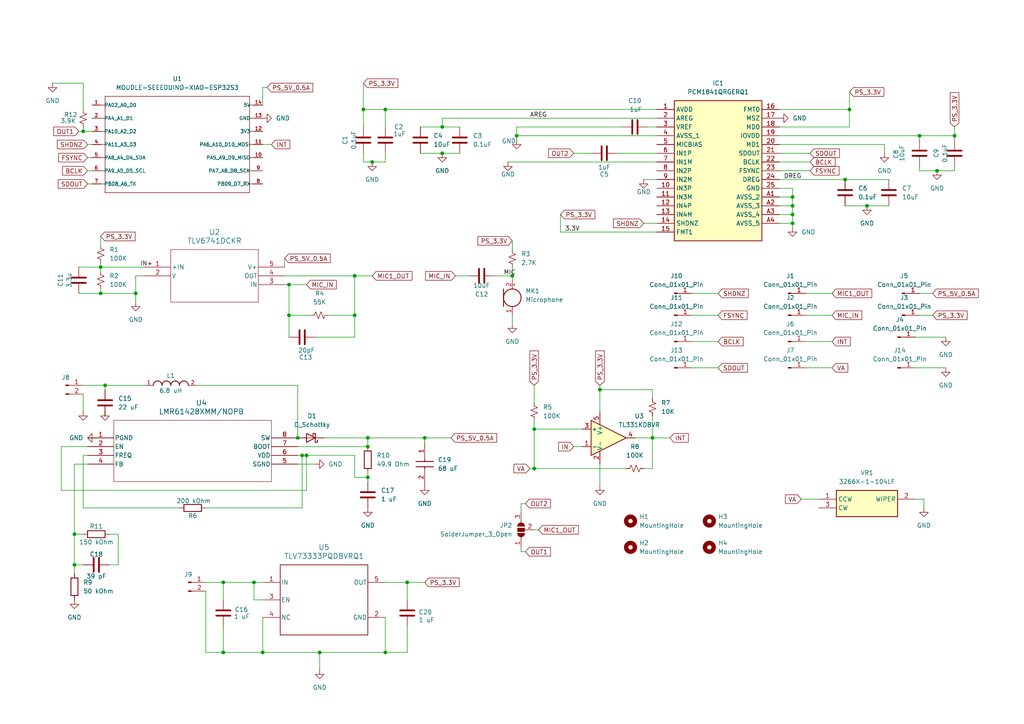
<source format=kicad_sch>
(kicad_sch (version 20250114) (generator "eeschema") (generator_version "9.0")
  (paper "A4")
  (junction (at 30.48 111.76))
  (junction (at 111.76 31.75))
  (junction (at 266.7 39.37))
  (junction (at 154.94 124.46))
  (junction (at 128.27 44.45))
  (junction (at 83.82 82.55))
  (junction (at 21.59 154.94))
  (junction (at 21.59 163.83))
  (junction (at 123.19 127))
  (junction (at 246.38 31.75))
  (junction (at 245.11 52.07))
  (junction (at 39.37 85.09))
  (junction (at 92.71 189.23))
  (junction (at 64.77 189.23))
  (junction (at 83.82 91.44))
  (junction (at 105.41 31.75))
  (junction (at 271.78 49.53))
  (junction (at 87.63 132.08))
  (junction (at 128.27 36.83))
  (junction (at 102.87 80.01))
  (junction (at 251.46 59.69))
  (junction (at 229.87 64.77))
  (junction (at 276.86 39.37))
  (junction (at 24.13 38.1))
  (junction (at 149.86 39.37))
  (junction (at 76.2 189.23))
  (junction (at 173.99 113.03))
  (junction (at 88.9 132.08))
  (junction (at 29.21 77.47))
  (junction (at 106.68 138.43))
  (junction (at 148.59 80.01))
  (junction (at 189.23 127))
  (junction (at 106.68 127))
  (junction (at 229.87 57.15))
  (junction (at 229.87 62.23))
  (junction (at 64.77 168.91))
  (junction (at 29.21 85.09))
  (junction (at 102.87 91.44))
  (junction (at 106.68 129.54))
  (junction (at 86.36 127))
  (junction (at 107.95 46.99))
  (junction (at 154.94 135.89))
  (junction (at 111.76 189.23))
  (junction (at 229.87 59.69))
  (junction (at 73.66 168.91))
  (junction (at 118.11 168.91))
  (wire (pts (xy 149.86 39.37) (xy 149.86 40.64)))
  (wire (pts (xy 24.13 147.32) (xy 52.07 147.32)))
  (wire (pts (xy 166.37 44.45) (xy 171.45 44.45)))
  (wire (pts (xy 154.94 153.67) (xy 156.21 153.67)))
  (wire (pts (xy 229.87 54.61) (xy 226.06 54.61)))
  (wire (pts (xy 106.68 137.16) (xy 106.68 138.43)))
  (wire (pts (xy 24.13 24.13) (xy 15.24 24.13)))
  (wire (pts (xy 34.29 163.83) (xy 34.29 154.94)))
  (wire (pts (xy 24.13 38.1) (xy 26.67 38.1)))
  (wire (pts (xy 266.7 39.37) (xy 276.86 39.37)))
  (wire (pts (xy 111.76 189.23) (xy 111.76 179.07)))
  (wire (pts (xy 76.2 173.99) (xy 73.66 173.99)))
  (wire (pts (xy 25.4 41.91) (xy 26.67 41.91)))
  (wire (pts (xy 229.87 62.23) (xy 229.87 64.77)))
  (wire (pts (xy 106.68 127) (xy 123.19 127)))
  (wire (pts (xy 24.13 132.08) (xy 24.13 147.32)))
  (wire (pts (xy 29.21 85.09) (xy 39.37 85.09)))
  (wire (pts (xy 25.4 53.34) (xy 26.67 53.34)))
  (wire (pts (xy 105.41 24.13) (xy 105.41 31.75)))
  (wire (pts (xy 181.61 135.89) (xy 154.94 135.89)))
  (wire (pts (xy 105.41 31.75) (xy 111.76 31.75)))
  (wire (pts (xy 166.37 129.54) (xy 168.91 129.54)))
  (wire (pts (xy 121.92 36.83) (xy 128.27 36.83)))
  (wire (pts (xy 189.23 113.03) (xy 173.99 113.03)))
  (wire (pts (xy 39.37 85.09) (xy 39.37 87.63)))
  (wire (pts (xy 148.59 80.01) (xy 148.59 81.28)))
  (wire (pts (xy 29.21 77.47) (xy 29.21 78.74)))
  (wire (pts (xy 123.19 127) (xy 130.81 127)))
  (wire (pts (xy 226.06 52.07) (xy 245.11 52.07)))
  (wire (pts (xy 59.69 168.91) (xy 64.77 168.91)))
  (wire (pts (xy 229.87 54.61) (xy 229.87 57.15)))
  (wire (pts (xy 21.59 163.83) (xy 21.59 166.37)))
  (wire (pts (xy 22.86 77.47) (xy 29.21 77.47)))
  (wire (pts (xy 226.06 57.15) (xy 229.87 57.15)))
  (wire (pts (xy 189.23 135.89) (xy 189.23 127)))
  (wire (pts (xy 173.99 113.03) (xy 173.99 119.38)))
  (wire (pts (xy 21.59 154.94) (xy 21.59 163.83)))
  (wire (pts (xy 86.36 134.62) (xy 91.44 134.62)))
  (wire (pts (xy 59.69 171.45) (xy 59.69 189.23)))
  (wire (pts (xy 111.76 31.75) (xy 111.76 36.83)))
  (wire (pts (xy 88.9 142.24) (xy 88.9 132.08)))
  (wire (pts (xy 123.19 128.27) (xy 123.19 127)))
  (wire (pts (xy 200.66 99.06) (xy 208.28 99.06)))
  (wire (pts (xy 151.13 160.02) (xy 152.4 160.02)))
  (wire (pts (xy 64.77 173.99) (xy 64.77 168.91)))
  (wire (pts (xy 148.59 69.85) (xy 148.59 72.39)))
  (wire (pts (xy 76.2 41.91) (xy 78.74 41.91)))
  (wire (pts (xy 173.99 134.62) (xy 173.99 140.97)))
  (wire (pts (xy 64.77 181.61) (xy 64.77 189.23)))
  (wire (pts (xy 25.4 134.62) (xy 21.59 134.62)))
  (wire (pts (xy 226.06 36.83) (xy 246.38 36.83)))
  (wire (pts (xy 30.48 113.03) (xy 30.48 111.76)))
  (wire (pts (xy 102.87 91.44) (xy 102.87 97.79)))
  (wire (pts (xy 148.59 77.47) (xy 148.59 80.01)))
  (wire (pts (xy 265.43 97.79) (xy 274.32 97.79)))
  (wire (pts (xy 29.21 76.2) (xy 29.21 77.47)))
  (wire (pts (xy 88.9 132.08) (xy 87.63 132.08)))
  (wire (pts (xy 25.4 132.08) (xy 24.13 132.08)))
  (wire (pts (xy 154.94 124.46) (xy 168.91 124.46)))
  (wire (pts (xy 87.63 132.08) (xy 86.36 132.08)))
  (wire (pts (xy 86.36 111.76) (xy 86.36 127)))
  (wire (pts (xy 267.97 144.78) (xy 267.97 147.32)))
  (wire (pts (xy 226.06 62.23) (xy 229.87 62.23)))
  (wire (pts (xy 34.29 154.94) (xy 31.75 154.94)))
  (wire (pts (xy 22.86 38.1) (xy 24.13 38.1)))
  (wire (pts (xy 266.7 39.37) (xy 266.7 40.64)))
  (wire (pts (xy 226.06 44.45) (xy 234.95 44.45)))
  (wire (pts (xy 105.41 44.45) (xy 105.41 46.99)))
  (wire (pts (xy 102.87 132.08) (xy 102.87 138.43)))
  (wire (pts (xy 30.48 120.65) (xy 30.48 119.38)))
  (wire (pts (xy 121.92 44.45) (xy 128.27 44.45)))
  (wire (pts (xy 189.23 120.65) (xy 189.23 127)))
  (wire (pts (xy 149.86 39.37) (xy 190.5 39.37)))
  (wire (pts (xy 31.75 163.83) (xy 34.29 163.83)))
  (wire (pts (xy 111.76 44.45) (xy 111.76 46.99)))
  (wire (pts (xy 24.13 31.75) (xy 24.13 24.13)))
  (wire (pts (xy 229.87 59.69) (xy 229.87 62.23)))
  (wire (pts (xy 229.87 57.15) (xy 229.87 59.69)))
  (wire (pts (xy 229.87 64.77) (xy 226.06 64.77)))
  (wire (pts (xy 92.71 189.23) (xy 111.76 189.23)))
  (wire (pts (xy 24.13 111.76) (xy 30.48 111.76)))
  (wire (pts (xy 128.27 36.83) (xy 133.35 36.83)))
  (wire (pts (xy 106.68 138.43) (xy 106.68 139.7)))
  (wire (pts (xy 123.19 168.91) (xy 118.11 168.91)))
  (wire (pts (xy 59.69 147.32) (xy 87.63 147.32)))
  (wire (pts (xy 200.66 106.68) (xy 208.28 106.68)))
  (wire (pts (xy 149.86 36.83) (xy 149.86 39.37)))
  (wire (pts (xy 76.2 25.4) (xy 76.2 30.48)))
  (wire (pts (xy 162.56 67.31) (xy 190.5 67.31)))
  (wire (pts (xy 118.11 189.23) (xy 111.76 189.23)))
  (wire (pts (xy 102.87 80.01) (xy 107.95 80.01)))
  (wire (pts (xy 21.59 134.62) (xy 21.59 154.94)))
  (wire (pts (xy 187.96 36.83) (xy 190.5 36.83)))
  (wire (pts (xy 83.82 82.55) (xy 83.82 91.44)))
  (wire (pts (xy 200.66 85.09) (xy 208.28 85.09)))
  (wire (pts (xy 186.69 64.77) (xy 190.5 64.77)))
  (wire (pts (xy 266.7 91.44) (xy 270.51 91.44)))
  (wire (pts (xy 154.94 124.46) (xy 154.94 135.89)))
  (wire (pts (xy 179.07 44.45) (xy 190.5 44.45)))
  (wire (pts (xy 226.06 31.75) (xy 246.38 31.75)))
  (wire (pts (xy 64.77 189.23) (xy 76.2 189.23)))
  (wire (pts (xy 105.41 36.83) (xy 105.41 31.75)))
  (wire (pts (xy 77.47 25.4) (xy 76.2 25.4)))
  (wire (pts (xy 276.86 39.37) (xy 276.86 40.64)))
  (wire (pts (xy 64.77 168.91) (xy 73.66 168.91)))
  (wire (pts (xy 91.44 97.79) (xy 102.87 97.79)))
  (wire (pts (xy 154.94 121.92) (xy 154.94 124.46)))
  (wire (pts (xy 73.66 168.91) (xy 76.2 168.91)))
  (wire (pts (xy 17.78 129.54) (xy 25.4 129.54)))
  (wire (pts (xy 93.98 127) (xy 106.68 127)))
  (wire (pts (xy 226.06 59.69) (xy 229.87 59.69)))
  (wire (pts (xy 88.9 132.08) (xy 102.87 132.08)))
  (wire (pts (xy 29.21 85.09) (xy 29.21 83.82)))
  (wire (pts (xy 226.06 41.91) (xy 256.54 41.91)))
  (wire (pts (xy 76.2 189.23) (xy 92.71 189.23)))
  (wire (pts (xy 95.25 91.44) (xy 102.87 91.44)))
  (wire (pts (xy 107.95 46.99) (xy 111.76 46.99)))
  (wire (pts (xy 41.91 80.01) (xy 39.37 80.01)))
  (wire (pts (xy 173.99 111.76) (xy 173.99 113.03)))
  (wire (pts (xy 148.59 91.44) (xy 148.59 93.98)))
  (wire (pts (xy 73.66 173.99) (xy 73.66 168.91)))
  (wire (pts (xy 180.34 36.83) (xy 149.86 36.83)))
  (wire (pts (xy 229.87 64.77) (xy 229.87 66.04)))
  (wire (pts (xy 190.5 34.29) (xy 128.27 34.29)))
  (wire (pts (xy 233.68 91.44) (xy 241.3 91.44)))
  (wire (pts (xy 83.82 82.55) (xy 88.9 82.55)))
  (wire (pts (xy 266.7 85.09) (xy 270.51 85.09)))
  (wire (pts (xy 265.43 106.68) (xy 274.32 106.68)))
  (wire (pts (xy 226.06 46.99) (xy 234.95 46.99)))
  (wire (pts (xy 76.2 179.07) (xy 76.2 189.23)))
  (wire (pts (xy 245.11 59.69) (xy 251.46 59.69)))
  (wire (pts (xy 24.13 38.1) (xy 24.13 36.83)))
  (wire (pts (xy 92.71 189.23) (xy 92.71 194.31)))
  (wire (pts (xy 59.69 189.23) (xy 64.77 189.23)))
  (wire (pts (xy 276.86 36.83) (xy 276.86 39.37)))
  (wire (pts (xy 151.13 146.05) (xy 151.13 148.59)))
  (wire (pts (xy 245.11 52.07) (xy 257.81 52.07)))
  (wire (pts (xy 128.27 44.45) (xy 133.35 44.45)))
  (wire (pts (xy 143.51 80.01) (xy 148.59 80.01)))
  (wire (pts (xy 162.56 62.23) (xy 162.56 67.31)))
  (wire (pts (xy 271.78 49.53) (xy 276.86 49.53)))
  (wire (pts (xy 82.55 82.55) (xy 83.82 82.55)))
  (wire (pts (xy 27.94 127) (xy 25.4 127)))
  (wire (pts (xy 82.55 80.01) (xy 102.87 80.01)))
  (wire (pts (xy 90.17 91.44) (xy 83.82 91.44)))
  (wire (pts (xy 17.78 142.24) (xy 88.9 142.24)))
  (wire (pts (xy 226.06 49.53) (xy 234.95 49.53)))
  (wire (pts (xy 57.15 111.76) (xy 86.36 111.76)))
  (wire (pts (xy 152.4 146.05) (xy 151.13 146.05)))
  (wire (pts (xy 233.68 99.06) (xy 241.3 99.06)))
  (wire (pts (xy 102.87 138.43) (xy 106.68 138.43)))
  (wire (pts (xy 151.13 158.75) (xy 151.13 160.02)))
  (wire (pts (xy 266.7 49.53) (xy 271.78 49.53)))
  (wire (pts (xy 24.13 114.3) (xy 24.13 119.38)))
  (wire (pts (xy 29.21 68.58) (xy 29.21 71.12)))
  (wire (pts (xy 233.68 106.68) (xy 241.3 106.68)))
  (wire (pts (xy 153.67 135.89) (xy 154.94 135.89)))
  (wire (pts (xy 102.87 80.01) (xy 102.87 91.44)))
  (wire (pts (xy 82.55 74.93) (xy 82.55 77.47)))
  (wire (pts (xy 246.38 26.67) (xy 246.38 31.75)))
  (wire (pts (xy 186.69 135.89) (xy 189.23 135.89)))
  (wire (pts (xy 132.08 80.01) (xy 135.89 80.01)))
  (wire (pts (xy 118.11 181.61) (xy 118.11 189.23)))
  (wire (pts (xy 226.06 39.37) (xy 266.7 39.37)))
  (wire (pts (xy 251.46 59.69) (xy 257.81 59.69)))
  (wire (pts (xy 25.4 45.72) (xy 26.67 45.72)))
  (wire (pts (xy 189.23 113.03) (xy 189.23 115.57)))
  (wire (pts (xy 189.23 127) (xy 184.15 127)))
  (wire (pts (xy 233.68 85.09) (xy 241.3 85.09)))
  (wire (pts (xy 246.38 31.75) (xy 246.38 36.83)))
  (wire (pts (xy 265.43 144.78) (xy 267.97 144.78)))
  (wire (pts (xy 30.48 111.76) (xy 41.91 111.76)))
  (wire (pts (xy 256.54 41.91) (xy 256.54 44.45)))
  (wire (pts (xy 29.21 77.47) (xy 41.91 77.47)))
  (wire (pts (xy 266.7 48.26) (xy 266.7 49.53)))
  (wire (pts (xy 22.86 85.09) (xy 29.21 85.09)))
  (wire (pts (xy 21.59 163.83) (xy 24.13 163.83)))
  (wire (pts (xy 105.41 46.99) (xy 107.95 46.99)))
  (wire (pts (xy 24.13 154.94) (xy 21.59 154.94)))
  (wire (pts (xy 106.68 127) (xy 106.68 129.54)))
  (wire (pts (xy 232.41 144.78) (xy 237.49 144.78)))
  (wire (pts (xy 83.82 91.44) (xy 83.82 97.79)))
  (wire (pts (xy 189.23 127) (xy 194.31 127)))
  (wire (pts (xy 128.27 34.29) (xy 128.27 36.83)))
  (wire (pts (xy 25.4 49.53) (xy 26.67 49.53)))
  (wire (pts (xy 147.32 46.99) (xy 190.5 46.99)))
  (wire (pts (xy 276.86 48.26) (xy 276.86 49.53)))
  (wire (pts (xy 154.94 111.76) (xy 154.94 116.84)))
  (wire (pts (xy 86.36 129.54) (xy 106.68 129.54)))
  (wire (pts (xy 39.37 80.01) (xy 39.37 85.09)))
  (wire (pts (xy 118.11 168.91) (xy 111.76 168.91)))
  (wire (pts (xy 87.63 147.32) (xy 87.63 132.08)))
  (wire (pts (xy 200.66 91.44) (xy 208.28 91.44)))
  (wire (pts (xy 186.69 52.07) (xy 190.5 52.07)))
  (wire (pts (xy 118.11 173.99) (xy 118.11 168.91)))
  (wire (pts (xy 111.76 31.75) (xy 190.5 31.75)))
  (wire (pts (xy 17.78 129.54) (xy 17.78 142.24)))
  (label "IN+" (at 40.64 77.47 0))
  (label "3.3V" (at 163.83 67.31 0))
  (label "AREG" (at 153.67 34.29 0))
  (label "DREG" (at 227.33 52.07 0))
  (label "MIC" (at 146.05 80.01 0))
  (global_label "SDOUT" (shape input) (at 25.4 53.34 180) (property "Intersheetrefs" "${INTERSHEET_REFS}" (effects (hide yes))))
  (global_label "PS_3.3V" (shape input) (at 148.59 69.85 180) (property "Intersheetrefs" "${INTERSHEET_REFS}" (effects (hide yes))))
  (global_label "BCLK" (shape input) (at 234.95 46.99 0) (property "Intersheetrefs" "${INTERSHEET_REFS}" (effects (hide yes))))
  (global_label "PS_3.3V" (shape input) (at 162.56 62.23 0) (property "Intersheetrefs" "${INTERSHEET_REFS}" (effects (hide yes))))
  (global_label "PS_5V_0.5A" (shape input) (at 270.51 85.09 0) (property "Intersheetrefs" "${INTERSHEET_REFS}" (effects (hide yes))))
  (global_label "BCLK" (shape input) (at 208.28 99.06 0) (property "Intersheetrefs" "${INTERSHEET_REFS}" (effects (hide yes))))
  (global_label "PS_3.3V" (shape input) (at 29.21 68.58 0) (property "Intersheetrefs" "${INTERSHEET_REFS}" (effects (hide yes))))
  (global_label "PS_3.3V" (shape input) (at 105.41 24.13 0) (property "Intersheetrefs" "${INTERSHEET_REFS}" (effects (hide yes))))
  (global_label "SDOUT" (shape input) (at 234.95 44.45 0) (property "Intersheetrefs" "${INTERSHEET_REFS}" (effects (hide yes))))
  (global_label "OUT1" (shape input) (at 22.86 38.1 180) (property "Intersheetrefs" "${INTERSHEET_REFS}" (effects (hide yes))))
  (global_label "VA" (shape input) (at 241.3 106.68 0) (property "Intersheetrefs" "${INTERSHEET_REFS}" (effects (hide yes))))
  (global_label "OUT2" (shape input) (at 152.4 146.05 0) (property "Intersheetrefs" "${INTERSHEET_REFS}" (effects (hide yes))))
  (global_label "MIC1_OUT" (shape input) (at 156.21 153.67 0) (property "Intersheetrefs" "${INTERSHEET_REFS}" (effects (hide yes))))
  (global_label "PS_3.3V" (shape input) (at 154.94 111.76 90) (property "Intersheetrefs" "${INTERSHEET_REFS}" (effects (hide yes))))
  (global_label "SHDNZ" (shape input) (at 25.4 41.91 180) (property "Intersheetrefs" "${INTERSHEET_REFS}" (effects (hide yes))))
  (global_label "OUT2" (shape input) (at 166.37 44.45 180) (property "Intersheetrefs" "${INTERSHEET_REFS}" (effects (hide yes))))
  (global_label "FSYNC" (shape input) (at 208.28 91.44 0) (property "Intersheetrefs" "${INTERSHEET_REFS}" (effects (hide yes))))
  (global_label "FSYNC" (shape input) (at 234.95 49.53 0) (property "Intersheetrefs" "${INTERSHEET_REFS}" (effects (hide yes))))
  (global_label "MIC_IN" (shape input) (at 132.08 80.01 180) (property "Intersheetrefs" "${INTERSHEET_REFS}" (effects (hide yes))))
  (global_label "MIC_IN" (shape input) (at 241.3 91.44 0) (property "Intersheetrefs" "${INTERSHEET_REFS}" (effects (hide yes))))
  (global_label "INT" (shape input) (at 194.31 127 0) (property "Intersheetrefs" "${INTERSHEET_REFS}" (effects (hide yes))))
  (global_label "SHDNZ" (shape input) (at 186.69 64.77 180) (property "Intersheetrefs" "${INTERSHEET_REFS}" (effects (hide yes))))
  (global_label "MIC1_OUT" (shape input) (at 241.3 85.09 0) (property "Intersheetrefs" "${INTERSHEET_REFS}" (effects (hide yes))))
  (global_label "PS_5V_0.5A" (shape input) (at 130.81 127 0) (property "Intersheetrefs" "${INTERSHEET_REFS}" (effects (hide yes))))
  (global_label "VA" (shape input) (at 232.41 144.78 180) (property "Intersheetrefs" "${INTERSHEET_REFS}" (effects (hide yes))))
  (global_label "PS_3.3V" (shape input) (at 276.86 36.83 90) (property "Intersheetrefs" "${INTERSHEET_REFS}" (effects (hide yes))))
  (global_label "INT" (shape input) (at 78.74 41.91 0) (property "Intersheetrefs" "${INTERSHEET_REFS}" (effects (hide yes))))
  (global_label "IN" (shape input) (at 166.37 129.54 180) (property "Intersheetrefs" "${INTERSHEET_REFS}" (effects (hide yes))))
  (global_label "SDOUT" (shape input) (at 208.28 106.68 0) (property "Intersheetrefs" "${INTERSHEET_REFS}" (effects (hide yes))))
  (global_label "BCLK" (shape input) (at 25.4 49.53 180) (property "Intersheetrefs" "${INTERSHEET_REFS}" (effects (hide yes))))
  (global_label "PS_3.3V" (shape input) (at 270.51 91.44 0) (property "Intersheetrefs" "${INTERSHEET_REFS}" (effects (hide yes))))
  (global_label "PS_5V_0.5A" (shape input) (at 82.55 74.93 0) (property "Intersheetrefs" "${INTERSHEET_REFS}" (effects (hide yes))))
  (global_label "PS_3.3V" (shape input) (at 123.19 168.91 0) (property "Intersheetrefs" "${INTERSHEET_REFS}" (effects (hide yes))))
  (global_label "SHDNZ" (shape input) (at 208.28 85.09 0) (property "Intersheetrefs" "${INTERSHEET_REFS}" (effects (hide yes))))
  (global_label "OUT1" (shape input) (at 152.4 160.02 0) (property "Intersheetrefs" "${INTERSHEET_REFS}" (effects (hide yes))))
  (global_label "VA" (shape input) (at 153.67 135.89 180) (property "Intersheetrefs" "${INTERSHEET_REFS}" (effects (hide yes))))
  (global_label "PS_3.3V" (shape input) (at 246.38 26.67 0) (property "Intersheetrefs" "${INTERSHEET_REFS}" (effects (hide yes))))
  (global_label "MIC1_OUT" (shape input) (at 107.95 80.01 0) (property "Intersheetrefs" "${INTERSHEET_REFS}" (effects (hide yes))))
  (global_label "PS_3.3V" (shape input) (at 173.99 111.76 90) (property "Intersheetrefs" "${INTERSHEET_REFS}" (effects (hide yes))))
  (global_label "MIC_IN" (shape input) (at 88.9 82.55 0) (property "Intersheetrefs" "${INTERSHEET_REFS}" (effects (hide yes))))
  (global_label "FSYNC" (shape input) (at 25.4 45.72 180) (property "Intersheetrefs" "${INTERSHEET_REFS}" (effects (hide yes))))
  (global_label "INT" (shape input) (at 241.3 99.06 0) (property "Intersheetrefs" "${INTERSHEET_REFS}" (effects (hide yes))))
  (global_label "PS_5V_0.5A" (shape input) (at 77.47 25.4 0) (property "Intersheetrefs" "${INTERSHEET_REFS}" (effects (hide yes))))
  (symbol (lib_id "power:GND") (at 106.68 147.32 0) (unit 1)
    (property "Reference" "#PWR035" (effects (hide yes)))
    (property "Value" "GND" (at 106.68 152.4 0))
    (property "Description" "Power symbol creates a global label with name \"GND\" , ground" (effects (hide yes)))
  )
  (symbol (lib_id "LMR61428XMMNOPB:LMR61428XMM_NOPB") (at 25.4 127 0) (unit 1)
    (property "Reference" "U4" (at 58.42 116.84 0) (effects (font (size 1.524 1.524))))
    (property "Value" "LMR61428XMM/NOPB" (at 58.42 119.38 0) (effects (font (size 1.524 1.524))))
    (property "Footprint" "footprints:DGK8_TEX-M" (effects (hide yes)))
    (property "Datasheet" "https://www.digikey.com/en/products/detail/texas-instruments/LMR61428XMM-NOPB/3693587" (effects (hide yes)))
  )
  (symbol (lib_id "Mechanical:MountingHole") (at 182.88 158.75 0) (unit 1) (exclude_from_sim yes) (in_bom no)
    (property "Reference" "H2" (at 185.42 157.4799 0) (effects (justify left)))
    (property "Value" "MountingHole" (at 185.42 160.0199 0) (effects (justify left)))
    (property "Footprint" "MountingHole:MountingHole_2.2mm_M2" (effects (hide yes)))
    (property "Description" "Mounting Hole without connection" (effects (hide yes)))
  )
  (symbol (lib_id "Device:R") (at 21.59 170.18 0) (unit 1)
    (property "Reference" "R9" (at 24.13 168.9099 0) (effects (justify left)))
    (property "Value" "50 kOhm" (at 24.13 171.4499 0) (effects (justify left)))
    (property "Footprint" "Resistor_SMD:R_0805_2012Metric_Pad1.20x1.40mm_HandSolder" (effects (hide yes)))
    (property "Datasheet" "https://www.digikey.com/en/products/detail/vishay-dale-thin-film/PTN0805E5002BST1/7103047" (effects (hide yes)))
    (property "Description" "Resistor" (effects (hide yes)))
  )
  (symbol (lib_id "Device:Microphone") (at 148.59 86.36 0) (unit 1)
    (property "Reference" "MK1" (at 152.4 84.3914 0) (effects (justify left)))
    (property "Value" "Microphone" (at 152.4 86.9314 0) (effects (justify left)))
    (property "Footprint" "footprints:CUI_CMC-5042PF-AC" (effects (hide yes)))
    (property "Datasheet" "tekbots" (effects (hide yes)))
    (property "Description" "Microphone" (effects (hide yes)))
  )
  (symbol (lib_id "Comparator:TL331") (at 176.53 127 0) (unit 1)
    (property "Reference" "U3" (at 185.42 120.6814 0))
    (property "Value" "TL331KDBVR" (at 185.42 123.2214 0))
    (property "Footprint" "Package_TO_SOT_SMD:SOT-23-5" (effects (hide yes)))
    (property "Datasheet" "http://www.ti.com/lit/ds/symlink/tl331.pdf" (effects (hide yes)))
    (property "Description" "Single Differential Comparator with Open-Collector Output, SOT-23-5" (effects (hide yes)))
  )
  (symbol (lib_id "Connector:Conn_01x02_Pin") (at 19.05 111.76 0) (unit 1)
    (property "Reference" "J8" (at 19.05 109.474 0))
    (property "Value" "Conn_01x02_Pin" (effects (hide yes)))
    (property "Footprint" "Connector_JST:JST_PH_S2B-PH-K_1x02_P2.00mm_Horizontal" (effects (hide yes)))
    (property "Datasheet" "https://www.digikey.com/en/products/detail/jst-sales-america-inc/S2B-PH-K-S/926626" (effects (hide yes)))
    (property "Description" "Generic connector, single row, 01x02, script generated" (effects (hide yes)))
  )
  (symbol (lib_id "TLV6741DCKR:TLV6741DCKR") (at 41.91 77.47 0) (unit 1)
    (property "Reference" "U2" (at 62.23 67.31 0) (effects (font (size 1.524 1.524))))
    (property "Value" "TLV6741DCKR" (at 62.23 69.85 0) (effects (font (size 1.524 1.524))))
    (property "Footprint" "footprints:DCK5_TEX-L" (effects (hide yes)))
    (property "Datasheet" "TLV6741DCKR" (effects (hide yes)))
  )
  (symbol (lib_id "3266X:3266X-1-104LF") (at 237.49 144.78 0) (unit 1)
    (property "Reference" "VR1" (at 251.46 137.16 0))
    (property "Value" "3266X-1-104LF" (at 251.46 139.7 0))
    (property "Footprint" "footprints:3266X1104LF" (effects (hide yes)))
    (property "Datasheet" "https://www.bourns.com/docs/Product-Datasheets/3266.pdf" (effects (hide yes)))
    (property "Description" "100k, Through Hole Trimmer Potentiometer 0.25W Side Adjust Bourns, 3266" (effects (hide yes)))
    (property "Height" "7.75" (effects (hide yes)))
    (property "Manufacturer_Name" "Bourns" (effects (hide yes)))
    (property "Manufacturer_Part_Number" "3266X-1-104LF" (effects (hide yes)))
    (property "Mouser Part Number" "652-3266X-1-104LF" (effects (hide yes)))
    (property "Mouser Price/Stock" "https://www.mouser.co.uk/ProductDetail/Bourns/3266X-1-104LF?qs=%252B8v4bwhISUJO8ki8U2kK7w%3D%3D" (effects (hide yes)))
    (property "Arrow Part Number" "3266X-1-104LF" (effects (hide yes)))
    (property "Arrow Price/Stock" "https://www.arrow.com/en/products/3266x-1-104lf/bourns?region=europe" (effects (hide yes)))
  )
  (symbol (lib_id "power:GND") (at 274.32 106.68 0) (unit 1)
    (property "Reference" "#PWR023" (effects (hide yes)))
    (property "Value" "GND" (at 274.32 111.76 0))
    (property "Description" "Power symbol creates a global label with name \"GND\" , ground" (effects (hide yes)))
  )
  (symbol (lib_id "1239AS-H-6R8M_P2(6.8uH):1239AS-H-6R8M=P2") (at 49.53 111.76 0) (unit 1)
    (property "Reference" "L1" (at 49.53 108.966 0))
    (property "Value" "6.8 uH" (at 49.53 113.284 0))
    (property "Footprint" "footprints:INDC2520X120N" (effects (hide yes)))
    (property "Datasheet" "https://www.digikey.com/en/products/detail/murata-electronics/1239AS-H-6R8M-P2/5247181" (effects (hide yes)))
  )
  (symbol (lib_id "MOUDLE-SEEEDUINO-XIAO-ESP32S3:MOUDLE-SEEEDUINO-XIAO-ESP32S3") (at 52.07 41.91 0) (unit 1)
    (property "Reference" "U1" (at 51.435 22.86 0))
    (property "Value" "MOUDLE-SEEEDUINO-XIAO-ESP32S3" (at 51.435 25.4 0))
    (property "Footprint" "footprints:XIAO-ESP32S3-DIP" (effects (hide yes)))
    (property "Datasheet" "have already" (effects (hide yes)))
  )
  (symbol (lib_id "power:GND") (at 229.87 66.04 0) (unit 1)
    (property "Reference" "#PWR08" (effects (hide yes)))
    (property "Value" "GND" (at 232.41 67.3099 0) (effects (justify left)))
    (property "Description" "Power symbol creates a global label with name \"GND\" , ground" (effects (hide yes)))
  )
  (symbol (lib_id "Connector:Conn_01x01_Pin") (at 228.6 91.44 0) (unit 1)
    (property "Reference" "J2" (at 229.235 86.36 0))
    (property "Value" "Conn_01x01_Pin" (at 229.235 88.9 0))
    (property "Footprint" "Connector_PinHeader_2.54mm:PinHeader_1x01_P2.54mm_Vertical" (effects (hide yes)))
    (property "Datasheet" "TekBots" (effects (hide yes)))
    (property "Description" "Generic connector, single row, 01x01, script generated" (effects (hide yes)))
  )
  (symbol (lib_id "power:GND") (at 271.78 49.53 0) (unit 1)
    (property "Reference" "#PWR06" (effects (hide yes)))
    (property "Value" "GND" (at 271.78 54.61 0))
    (property "Description" "Power symbol creates a global label with name \"GND\" , ground" (effects (hide yes)))
  )
  (symbol (lib_id "Device:C") (at 22.86 81.28 180) (unit 1)
    (property "Reference" "C11" (at 17.526 81.28 90))
    (property "Value" "3.3u" (at 20.066 81.28 90))
    (property "Footprint" "Capacitor_SMD:C_0805_2012Metric_Pad1.18x1.45mm_HandSolder" (effects (hide yes)))
    (property "Datasheet" "C2012X7R1A335K125AC" (effects (hide yes)))
    (property "Description" "Unpolarized capacitor" (effects (hide yes)))
  )
  (symbol (lib_id "power:GND") (at 251.46 59.69 0) (unit 1)
    (property "Reference" "#PWR07" (effects (hide yes)))
    (property "Value" "GND" (at 251.46 64.77 0))
    (property "Description" "Power symbol creates a global label with name \"GND\" , ground" (effects (hide yes)))
  )
  (symbol (lib_id "Device:D_Schottky") (at 90.17 127 180) (unit 1)
    (property "Reference" "D1" (at 90.4875 120.65 0))
    (property "Value" "D_Schottky" (at 90.4875 123.19 0))
    (property "Footprint" "Diode_SMD:D_0805_2012Metric_Pad1.15x1.40mm_HandSolder" (effects (hide yes)))
    (property "Datasheet" "TekBots" (effects (hide yes)))
    (property "Description" "Schottky diode" (effects (hide yes)))
  )
  (symbol (lib_id "power:GND") (at 21.59 173.99 0) (unit 1)
    (property "Reference" "#PWR036" (effects (hide yes)))
    (property "Value" "GND" (at 21.59 179.07 0))
    (property "Description" "Power symbol creates a global label with name \"GND\" , ground" (effects (hide yes)))
  )
  (symbol (lib_id "power:GND") (at 128.27 44.45 0) (unit 1)
    (property "Reference" "#PWR02" (effects (hide yes)))
    (property "Value" "GND" (at 128.27 49.53 0))
    (property "Description" "Power symbol creates a global label with name \"GND\" , ground" (effects (hide yes)))
  )
  (symbol (lib_id "Device:C") (at 257.81 55.88 180) (unit 1)
    (property "Reference" "C7" (at 261.62 54.6099 0) (effects (justify right)))
    (property "Value" "10uF" (at 261.62 57.1499 0) (effects (justify right)))
    (property "Footprint" "Capacitor_SMD:C_0805_2012Metric" (effects (hide yes)))
    (property "Datasheet" "0805W106K250CC" (effects (hide yes)))
    (property "Description" "Unpolarized capacitor" (effects (hide yes)))
  )
  (symbol (lib_id "power:GND") (at 15.24 24.13 0) (unit 1)
    (property "Reference" "#PWR010" (effects (hide yes)))
    (property "Value" "GND" (at 15.24 29.21 0))
    (property "Description" "Power symbol creates a global label with name \"GND\" , ground" (effects (hide yes)))
  )
  (symbol (lib_id "Device:C") (at 245.11 55.88 0) (unit 1)
    (property "Reference" "C6" (at 248.92 54.6099 0) (effects (justify left)))
    (property "Value" "0.1uF" (at 248.92 57.1499 0) (effects (justify left)))
    (property "Footprint" "Capacitor_SMD:C_0805_2012Metric" (effects (hide yes)))
    (property "Datasheet" "CC0805KRX7R9BB104" (effects (hide yes)))
    (property "Description" "Unpolarized capacitor" (effects (hide yes)))
  )
  (symbol (lib_id "power:GND") (at 147.32 46.99 0) (unit 1)
    (property "Reference" "#PWR04" (effects (hide yes)))
    (property "Value" "GND" (at 145.288 50.546 0) (effects (justify left)))
    (property "Description" "Power symbol creates a global label with name \"GND\" , ground" (effects (hide yes)))
  )
  (symbol (lib_id "power:GND") (at 149.86 40.64 0) (unit 1)
    (property "Reference" "#PWR013" (effects (hide yes)))
    (property "Value" "GND" (at 147.574 40.894 0))
    (property "Description" "Power symbol creates a global label with name \"GND\" , ground" (effects (hide yes)))
  )
  (symbol (lib_id "Device:R_Small_US") (at 24.13 34.29 0) (unit 1)
    (property "Reference" "R12" (at 18.542 33.274 0) (effects (justify left)))
    (property "Value" "3.9K" (at 17.526 35.052 0) (effects (justify left)))
    (property "Footprint" "Resistor_SMD:R_0805_2012Metric" (effects (hide yes)))
    (property "Datasheet" "RC0805FR-07100KL" (effects (hide yes)))
    (property "Description" "Resistor, small US symbol" (effects (hide yes)))
  )
  (symbol (lib_id "power:GND") (at 76.2 34.29 90) (unit 1)
    (property "Reference" "#PWR011" (effects (hide yes)))
    (property "Value" "GND" (at 80.01 34.2899 90) (effects (justify right)))
    (property "Description" "Power symbol creates a global label with name \"GND\" , ground" (effects (hide yes)))
  )
  (symbol (lib_id "Device:C") (at 111.76 40.64 180) (unit 1)
    (property "Reference" "C2" (at 114.3 36.83 0) (effects (justify right)))
    (property "Value" "1uF" (at 114.046 38.862 0) (effects (justify right)))
    (property "Footprint" "Capacitor_SMD:C_0805_2012Metric_Pad1.18x1.45mm_HandSolder" (effects (hide yes)))
    (property "Datasheet" "CL21B105KBFNNNG" (effects (hide yes)))
    (property "Description" "Unpolarized capacitor" (effects (hide yes)))
  )
  (symbol (lib_id "power:GND") (at 123.19 140.97 0) (unit 1)
    (property "Reference" "#PWR03" (effects (hide yes)))
    (property "Value" "GND" (at 123.19 146.05 0))
    (property "Description" "Power symbol creates a global label with name \"GND\" , ground" (effects (hide yes)))
  )
  (symbol (lib_id "PCM1841QRGERQ1:PCM1841QRGERQ1") (at 190.5 31.75 0) (unit 1)
    (property "Reference" "IC1" (at 208.28 24.13 0))
    (property "Value" "PCM1841QRGERQ1" (at 208.28 26.67 0))
    (property "Footprint" "footprints:PCM1841QRGERQ1" (effects (hide yes)))
    (property "Datasheet" "https://www.ti.com/lit/ds/symlink/pcm1841-q1.pdf" (effects (hide yes)))
    (property "Description" "Analog to Digital Converters - ADC Automotive, quad-channel 32-bit 192-kHz audio analog-to-digital converter (ADC) 24-VQFN -40 to 125" (effects (hide yes)))
    (property "Height" "1" (effects (hide yes)))
    (property "Manufacturer_Name" "Texas Instruments" (effects (hide yes)))
    (property "Manufacturer_Part_Number" "PCM1841QRGERQ1" (effects (hide yes)))
  )
  (symbol (lib_id "Device:R") (at 27.94 154.94 90) (unit 1)
    (property "Reference" "R11" (at 27.94 152.654 90))
    (property "Value" "150 kOhm" (at 27.94 157.226 90))
    (property "Footprint" "Resistor_SMD:R_0805_2012Metric_Pad1.20x1.40mm_HandSolder" (effects (hide yes)))
    (property "Datasheet" "https://www.digikey.com/en/products/detail/panasonic-electronic-components/ERJ-P06J154V/525220" (effects (hide yes)))
    (property "Description" "Resistor" (effects (hide yes)))
  )
  (symbol (lib_id "Device:R_Small_US") (at 92.71 91.44 90) (unit 1)
    (property "Reference" "R4" (at 92.71 85.09 90))
    (property "Value" "55K" (at 92.71 87.63 90))
    (property "Footprint" "Resistor_SMD:R_0603_1608Metric_Pad0.98x0.95mm_HandSolder" (effects (hide yes)))
    (property "Datasheet" "https://www.yageo.com/upload/media/product/app/datasheet/rchip/pyu-rt_1-to-0.01_rohs_l.pdf" (effects (hide yes)))
    (property "Description" "RT0603BRD0767K3L" (effects (hide yes)))
  )
  (symbol (lib_id "TLV73333PQDBVRQ1:TLV73333PQDBVRQ1") (at 93.98 173.99 0) (unit 1)
    (property "Reference" "U5" (at 93.98 158.75 0) (effects (font (size 1.524 1.524))))
    (property "Value" "TLV73333PQDBVRQ1" (at 93.98 161.29 0) (effects (font (size 1.524 1.524))))
    (property "Footprint" "footprints:DBV0005A_M" (effects (hide yes)))
    (property "Datasheet" "https://www.digikey.com/en/products/detail/texas-instruments/TLV73333PQDBVRQ1/10820220" (effects (hide yes)))
  )
  (symbol (lib_id "Device:R_Small_US") (at 29.21 81.28 0) (unit 1)
    (property "Reference" "R2" (at 31.75 80.0099 0) (effects (justify left)))
    (property "Value" "100K" (at 31.75 82.5499 0) (effects (justify left)))
    (property "Footprint" "Resistor_SMD:R_0805_2012Metric" (effects (hide yes)))
    (property "Datasheet" "RC0805FR-07100KL" (effects (hide yes)))
    (property "Description" "RC0805FR-07100KL" (effects (hide yes)))
  )
  (symbol (lib_id "power:GND") (at 267.97 147.32 0) (unit 1)
    (property "Reference" "#PWR030" (effects (hide yes)))
    (property "Value" "GND" (at 267.97 152.4 0))
    (property "Description" "Power symbol creates a global label with name \"GND\" , ground" (effects (hide yes)))
  )
  (symbol (lib_id "Connector:Conn_01x01_Pin") (at 228.6 99.06 0) (unit 1)
    (property "Reference" "J6" (at 229.235 93.98 0))
    (property "Value" "Conn_01x01_Pin" (at 229.235 96.52 0))
    (property "Footprint" "Connector_PinHeader_2.54mm:PinHeader_1x01_P2.54mm_Vertical" (effects (hide yes)))
    (property "Datasheet" "TekBots" (effects (hide yes)))
    (property "Description" "Generic connector, single row, 01x01, script generated" (effects (hide yes)))
  )
  (symbol (lib_id "Device:R") (at 106.68 133.35 0) (unit 1)
    (property "Reference" "R10" (at 109.22 132.0799 0) (effects (justify left)))
    (property "Value" "49.9 Ohm" (at 109.22 134.6199 0) (effects (justify left)))
    (property "Footprint" "Resistor_SMD:R_0805_2012Metric_Pad1.20x1.40mm_HandSolder" (effects (hide yes)))
    (property "Datasheet" "https://www.digikey.com/en/products/detail/bourns-inc/CR0805-FX-49R9ELF/3784991" (effects (hide yes)))
    (property "Description" "Resistor" (effects (hide yes)))
  )
  (symbol (lib_id "Device:C") (at 27.94 163.83 90) (unit 1)
    (property "Reference" "C18" (at 27.94 160.782 90))
    (property "Value" "39 pF" (at 27.94 167.132 90))
    (property "Footprint" "Capacitor_SMD:C_0805_2012Metric_Pad1.18x1.45mm_HandSolder" (effects (hide yes)))
    (property "Datasheet" "https://www.digikey.com/en/products/detail/yageo/CC0805JRNPO9BN390/302840" (effects (hide yes)))
    (property "Description" "Unpolarized capacitor" (effects (hide yes)))
  )
  (symbol (lib_id "Device:C") (at 133.35 40.64 0) (unit 1)
    (property "Reference" "C3" (at 137.16 39.3699 0) (effects (justify left)))
    (property "Value" "0.1uF" (at 137.16 41.9099 0) (effects (justify left)))
    (property "Footprint" "Capacitor_SMD:C_0805_2012Metric" (effects (hide yes)))
    (property "Datasheet" "CC0805KRX7R9BB104" (effects (hide yes)))
    (property "Description" "Unpolarized capacitor" (effects (hide yes)))
  )
  (symbol (lib_id "Device:C") (at 266.7 44.45 180) (unit 1)
    (property "Reference" "C8" (at 259.842 44.704 90))
    (property "Value" "10uF" (at 261.62 44.45 90))
    (property "Footprint" "Capacitor_SMD:C_0805_2012Metric" (effects (hide yes)))
    (property "Datasheet" "0805W106K250CC" (effects (hide yes)))
    (property "Description" "Unpolarized capacitor" (effects (hide yes)))
  )
  (symbol (lib_id "Device:C") (at 118.11 177.8 0) (unit 1)
    (property "Reference" "C20" (at 121.412 177.546 0) (effects (justify left)))
    (property "Value" "1 uF" (at 121.412 179.832 0) (effects (justify left)))
    (property "Footprint" "Capacitor_SMD:C_0805_2012Metric_Pad1.18x1.45mm_HandSolder" (effects (hide yes)))
    (property "Datasheet" "https://www.digikey.com/en/products/detail/samsung-electro-mechanics/CL10B105KA8NNNC/3886842" (effects (hide yes)))
    (property "Description" "Unpolarized capacitor" (effects (hide yes)))
  )
  (symbol (lib_id "Device:C") (at 175.26 44.45 90) (unit 1)
    (property "Reference" "C5" (at 175.26 50.546 90))
    (property "Value" "1uF" (at 175.26 48.514 90))
    (property "Footprint" "Capacitor_SMD:C_0805_2012Metric_Pad1.18x1.45mm_HandSolder" (effects (hide yes)))
    (property "Datasheet" "CL21B105KBFNNNG" (effects (hide yes)))
    (property "Description" "Unpolarized capacitor" (effects (hide yes)))
  )
  (symbol (lib_id "power:GND") (at 39.37 87.63 0) (unit 1)
    (property "Reference" "#PWR017" (effects (hide yes)))
    (property "Value" "GND" (at 39.37 92.71 0))
    (property "Description" "Power symbol creates a global label with name \"GND\" , ground" (effects (hide yes)))
  )
  (symbol (lib_id "power:GND") (at 30.48 119.38 0) (unit 1)
    (property "Reference" "#PWR034" (effects (hide yes)))
    (property "Value" "GND" (effects (hide yes)))
    (property "Description" "Power symbol creates a global label with name \"GND\" , ground" (effects (hide yes)))
  )
  (symbol (lib_id "Device:C") (at 106.68 143.51 0) (unit 1)
    (property "Reference" "C17" (at 110.49 142.2399 0) (effects (justify left)))
    (property "Value" "1 uF" (at 110.49 144.7799 0) (effects (justify left)))
    (property "Footprint" "Capacitor_SMD:C_0805_2012Metric_Pad1.18x1.45mm_HandSolder" (effects (hide yes)))
    (property "Datasheet" "https://www.digikey.com/en/products/detail/samsung-electro-mechanics/CL10B105KA8NNNC/3886842" (effects (hide yes)))
    (property "Description" "Unpolarized capacitor" (effects (hide yes)))
  )
  (symbol (lib_id "Jumper:SolderJumper_3_Open") (at 151.13 153.67 90) (unit 1) (exclude_from_sim yes) (in_bom no)
    (property "Reference" "JP2" (at 148.59 152.3999 90) (effects (justify left)))
    (property "Value" "SolderJumper_3_Open" (at 148.59 154.9399 90) (effects (justify left)))
    (property "Footprint" "Jumper:SolderJumper-3_P1.3mm_Open_RoundedPad1.0x1.5mm_NumberLabels" (effects (hide yes)))
    (property "Description" "Solder Jumper, 3-pole, open" (effects (hide yes)))
  )
  (symbol (lib_id "Device:C") (at 184.15 36.83 90) (unit 1)
    (property "Reference" "C10" (at 184.15 29.21 90))
    (property "Value" "1uF" (at 184.404 31.75 90))
    (property "Footprint" "Capacitor_SMD:C_0805_2012Metric_Pad1.18x1.45mm_HandSolder" (effects (hide yes)))
    (property "Datasheet" "CL21B105KBFNNNG" (effects (hide yes)))
    (property "Description" "Unpolarized capacitor" (effects (hide yes)))
  )
  (symbol (lib_id "Connector:Conn_01x01_Pin") (at 260.35 97.79 0) (unit 1)
    (property "Reference" "J4" (at 260.985 92.71 0))
    (property "Value" "Conn_01x01_Pin" (at 260.985 95.25 0))
    (property "Footprint" "Connector_PinHeader_2.54mm:PinHeader_1x01_P2.54mm_Vertical" (effects (hide yes)))
    (property "Datasheet" "TekBots" (effects (hide yes)))
    (property "Description" "Generic connector, single row, 01x01, script generated" (effects (hide yes)))
  )
  (symbol (lib_id "Device:R_Small_US") (at 184.15 135.89 90) (unit 1)
    (property "Reference" "R8" (at 184.15 129.54 90))
    (property "Value" "100K" (at 184.15 132.08 90))
    (property "Footprint" "Resistor_SMD:R_0805_2012Metric" (effects (hide yes)))
    (property "Datasheet" "RC0805FR-07100KL" (effects (hide yes)))
    (property "Description" "Resistor, small US symbol" (effects (hide yes)))
  )
  (symbol (lib_id "GXC1H680MCQ1GS9(68uF):GXC1H680MCQ1GS") (at 123.19 128.27 270) (unit 1)
    (property "Reference" "C19" (at 127 133.3499 90) (effects (justify left)))
    (property "Value" "68 uF" (at 127 135.8899 90) (effects (justify left)))
    (property "Footprint" "footprints:CAPAE830X1050N" (effects (hide yes)))
    (property "Datasheet" "https://www.digikey.com/en/products/detail/nichicon/GXC1H680MCQ1GS/24420326" (effects (hide yes)))
    (property "Description" "Aluminum Organic Polymer Capacitors 50VDC 68uF 20% AEC-Q200" (effects (hide yes)))
    (property "Height" "10.5" (effects (hide yes)))
    (property "Manufacturer_Name" "Nichicon" (effects (hide yes)))
    (property "Manufacturer_Part_Number" "GXC1H680MCQ1GS" (effects (hide yes)))
    (property "Mouser Part Number" "647-GXC1H680MCQ1GS" (effects (hide yes)))
    (property "Mouser Price/Stock" "https://www.mouser.co.uk/ProductDetail/Nichicon/GXC1H680MCQ1GS?qs=VVKQmw408U8DzavISl8xyg%3D%3D" (effects (hide yes)))
  )
  (symbol (lib_id "Device:C") (at 276.86 44.45 180) (unit 1)
    (property "Reference" "C9" (at 271.526 44.45 90))
    (property "Value" "0.1uF" (at 274.066 44.45 90))
    (property "Footprint" "Capacitor_SMD:C_0805_2012Metric" (effects (hide yes)))
    (property "Datasheet" "CC0805KRX7R9BB104" (effects (hide yes)))
    (property "Description" "Unpolarized capacitor" (effects (hide yes)))
  )
  (symbol (lib_id "Device:R_Small_US") (at 189.23 118.11 0) (unit 1)
    (property "Reference" "R7" (at 191.77 116.8399 0) (effects (justify left)))
    (property "Value" "10K" (at 191.77 119.3799 0) (effects (justify left)))
    (property "Footprint" "Resistor_SMD:R_0805_2012Metric" (effects (hide yes)))
    (property "Datasheet" "RR1220P-103-D" (effects (hide yes)))
    (property "Description" "Resistor, small US symbol" (effects (hide yes)))
  )
  (symbol (lib_id "power:GND") (at 91.44 134.62 90) (unit 1)
    (property "Reference" "#PWR032" (effects (hide yes)))
    (property "Value" "GND" (at 95.25 134.6199 90) (effects (justify right)))
    (property "Description" "Power symbol creates a global label with name \"GND\" , ground" (effects (hide yes)))
  )
  (symbol (lib_id "Device:R_Small_US") (at 154.94 119.38 0) (unit 1)
    (property "Reference" "R5" (at 157.48 118.1099 0) (effects (justify left)))
    (property "Value" "100K" (at 157.48 120.6499 0) (effects (justify left)))
    (property "Footprint" "Resistor_SMD:R_0805_2012Metric" (effects (hide yes)))
    (property "Datasheet" "RC0805FR-07100KL" (effects (hide yes)))
    (property "Description" "Resistor, small US symbol" (effects (hide yes)))
  )
  (symbol (lib_id "Connector:Conn_01x01_Pin") (at 228.6 85.09 0) (unit 1)
    (property "Reference" "J1" (at 229.235 80.01 0))
    (property "Value" "Conn_01x01_Pin" (at 229.235 82.55 0))
    (property "Footprint" "Connector_PinHeader_2.54mm:PinHeader_1x01_P2.54mm_Vertical" (effects (hide yes)))
    (property "Datasheet" "TekBots" (effects (hide yes)))
    (property "Description" "Generic connector, single row, 01x01, script generated" (effects (hide yes)))
  )
  (symbol (lib_id "Device:C") (at 64.77 177.8 0) (unit 1)
    (property "Reference" "C16" (at 68.072 176.784 0) (effects (justify left)))
    (property "Value" "1 uF" (at 67.818 178.816 0) (effects (justify left)))
    (property "Footprint" "Capacitor_SMD:C_0805_2012Metric_Pad1.18x1.45mm_HandSolder" (effects (hide yes)))
    (property "Datasheet" "https://www.digikey.com/en/products/detail/samsung-electro-mechanics/CL10B105KA8NNNC/3886842" (effects (hide yes)))
    (property "Description" "Unpolarized capacitor" (effects (hide yes)))
  )
  (symbol (lib_id "Device:R_Small_US") (at 29.21 73.66 0) (unit 1)
    (property "Reference" "R1" (at 31.75 72.3899 0) (effects (justify left)))
    (property "Value" "100K" (at 31.75 74.9299 0) (effects (justify left)))
    (property "Footprint" "Resistor_SMD:R_0805_2012Metric" (effects (hide yes)))
    (property "Datasheet" "RC0805FR-07100KL" (effects (hide yes)))
    (property "Description" "Resistor, small US symbol" (effects (hide yes)))
  )
  (symbol (lib_id "power:GND") (at 107.95 46.99 0) (unit 1)
    (property "Reference" "#PWR01" (effects (hide yes)))
    (property "Value" "GND" (at 107.95 52.07 0))
    (property "Description" "Power symbol creates a global label with name \"GND\" , ground" (effects (hide yes)))
  )
  (symbol (lib_id "Mechanical:MountingHole") (at 205.74 151.13 0) (unit 1) (exclude_from_sim yes) (in_bom no)
    (property "Reference" "H3" (at 208.28 149.8599 0) (effects (justify left)))
    (property "Value" "MountingHole" (at 208.28 152.3999 0) (effects (justify left)))
    (property "Footprint" "MountingHole:MountingHole_2.2mm_M2" (effects (hide yes)))
    (property "Description" "Mounting Hole without connection" (effects (hide yes)))
  )
  (symbol (lib_id "Connector:Conn_01x01_Pin") (at 260.35 106.68 0) (unit 1)
    (property "Reference" "J14" (at 260.985 101.6 0))
    (property "Value" "Conn_01x01_Pin" (at 260.985 104.14 0))
    (property "Footprint" "Connector_PinHeader_2.54mm:PinHeader_1x01_P2.54mm_Vertical" (effects (hide yes)))
    (property "Datasheet" "TekBots" (effects (hide yes)))
    (property "Description" "Generic connector, single row, 01x01, script generated" (effects (hide yes)))
  )
  (symbol (lib_id "Connector:Conn_01x01_Pin") (at 261.62 85.09 0) (unit 1)
    (property "Reference" "J5" (at 262.255 80.01 0))
    (property "Value" "Conn_01x01_Pin" (at 262.255 82.55 0))
    (property "Footprint" "Connector_PinHeader_2.54mm:PinHeader_1x01_P2.54mm_Vertical" (effects (hide yes)))
    (property "Datasheet" "TekBots" (effects (hide yes)))
    (property "Description" "Generic connector, single row, 01x01, script generated" (effects (hide yes)))
  )
  (symbol (lib_id "Connector:Conn_01x01_Pin") (at 261.62 91.44 0) (unit 1)
    (property "Reference" "J3" (at 262.255 86.36 0))
    (property "Value" "Conn_01x01_Pin" (at 262.255 88.9 0))
    (property "Footprint" "Connector_PinHeader_2.54mm:PinHeader_1x01_P2.54mm_Vertical" (effects (hide yes)))
    (property "Datasheet" "TekBots" (effects (hide yes)))
    (property "Description" "Generic connector, single row, 01x01, script generated" (effects (hide yes)))
  )
  (symbol (lib_id "power:GND") (at 274.32 97.79 0) (unit 1)
    (property "Reference" "#PWR022" (effects (hide yes)))
    (property "Value" "GND" (at 274.32 102.87 0))
    (property "Description" "Power symbol creates a global label with name \"GND\" , ground" (effects (hide yes)))
  )
  (symbol (lib_id "Device:C") (at 87.63 97.79 270) (unit 1)
    (property "Reference" "C13" (at 88.646 103.632 90))
    (property "Value" "20pF" (at 88.9 101.6 90))
    (property "Footprint" "Capacitor_SMD:C_1210_3225Metric" (effects (hide yes)))
    (property "Datasheet" "C1210C186K4PACTU" (effects (hide yes)))
    (property "Description" "GJM1555C1H170FB01D" (effects (hide yes)))
  )
  (symbol (lib_id "power:GND") (at 186.69 52.07 0) (unit 1)
    (property "Reference" "#PWR024" (effects (hide yes)))
    (property "Value" "GND" (at 184.658 55.626 0) (effects (justify left)))
    (property "Description" "Power symbol creates a global label with name \"GND\" , ground" (effects (hide yes)))
  )
  (symbol (lib_id "Device:C") (at 30.48 116.84 0) (unit 1)
    (property "Reference" "C15" (at 34.29 115.5699 0) (effects (justify left)))
    (property "Value" "22 uF" (at 34.29 118.1099 0) (effects (justify left)))
    (property "Footprint" "Capacitor_SMD:C_0805_2012Metric_Pad1.18x1.45mm_HandSolder" (effects (hide yes)))
    (property "Datasheet" "https://www.digikey.com/en/products/detail/samsung-electro-mechanics/CL21A226MAYNNNE/10479857" (effects (hide yes)))
    (property "Description" "Unpolarized capacitor" (effects (hide yes)))
  )
  (symbol (lib_id "power:GND") (at 92.71 194.31 0) (unit 1)
    (property "Reference" "#PWR09" (effects (hide yes)))
    (property "Value" "GND" (at 92.71 199.39 0))
    (property "Description" "Power symbol creates a global label with name \"GND\" , ground" (effects (hide yes)))
  )
  (symbol (lib_id "Connector:Conn_01x01_Pin") (at 228.6 106.68 0) (unit 1)
    (property "Reference" "J7" (at 229.235 101.6 0))
    (property "Value" "Conn_01x01_Pin" (at 229.235 104.14 0))
    (property "Footprint" "Connector_PinHeader_2.54mm:PinHeader_1x01_P2.54mm_Vertical" (effects (hide yes)))
    (property "Datasheet" "TekBots" (effects (hide yes)))
    (property "Description" "Generic connector, single row, 01x01, script generated" (effects (hide yes)))
  )
  (symbol (lib_id "Connector:Conn_01x01_Pin") (at 195.58 85.09 0) (unit 1)
    (property "Reference" "J10" (at 196.215 80.01 0))
    (property "Value" "Conn_01x01_Pin" (at 196.215 82.55 0))
    (property "Footprint" "Connector_PinHeader_2.54mm:PinHeader_1x01_P2.54mm_Vertical" (effects (hide yes)))
    (property "Datasheet" "TekBots" (effects (hide yes)))
    (property "Description" "Generic connector, single row, 01x01, script generated" (effects (hide yes)))
  )
  (symbol (lib_id "power:GND") (at 27.94 127 270) (unit 1)
    (property "Reference" "#PWR031" (effects (hide yes)))
    (property "Value" "GND" (at 24.13 126.9999 90) (effects (justify right)))
    (property "Description" "Power symbol creates a global label with name \"GND\" , ground" (effects (hide yes)))
  )
  (symbol (lib_id "power:GND") (at 148.59 93.98 0) (unit 1)
    (property "Reference" "#PWR020" (effects (hide yes)))
    (property "Value" "GND" (at 148.59 99.06 0))
    (property "Description" "Power symbol creates a global label with name \"GND\" , ground" (effects (hide yes)))
  )
  (symbol (lib_id "Connector:Conn_01x02_Pin") (at 54.61 168.91 0) (unit 1)
    (property "Reference" "J9" (at 54.61 166.624 0))
    (property "Value" "Conn_01x02_Pin" (effects (hide yes)))
    (property "Footprint" "Connector_JST:JST_PH_S2B-PH-K_1x02_P2.00mm_Horizontal" (effects (hide yes)))
    (property "Datasheet" "https://www.digikey.com/en/products/detail/jst-sales-america-inc/S2B-PH-K-S/926626" (effects (hide yes)))
    (property "Description" "Generic connector, single row, 01x02, script generated" (effects (hide yes)))
  )
  (symbol (lib_id "Connector:Conn_01x01_Pin") (at 195.58 91.44 0) (unit 1)
    (property "Reference" "J11" (at 196.215 86.36 0))
    (property "Value" "Conn_01x01_Pin" (at 196.215 88.9 0))
    (property "Footprint" "Connector_PinHeader_2.54mm:PinHeader_1x01_P2.54mm_Vertical" (effects (hide yes)))
    (property "Datasheet" "TekBots" (effects (hide yes)))
    (property "Description" "Generic connector, single row, 01x01, script generated" (effects (hide yes)))
  )
  (symbol (lib_id "Device:C") (at 139.7 80.01 270) (unit 1)
    (property "Reference" "C12" (at 139.7 85.344 90))
    (property "Value" "10uF" (at 139.7 82.804 90))
    (property "Footprint" "Capacitor_SMD:C_0805_2012Metric_Pad1.18x1.45mm_HandSolder" (effects (hide yes)))
    (property "Datasheet" "CL21A475KAQNNNE" (effects (hide yes)))
    (property "Description" "Unpolarized capacitor" (effects (hide yes)))
  )
  (symbol (lib_id "power:GND") (at 173.99 140.97 0) (unit 1)
    (property "Reference" "#PWR027" (effects (hide yes)))
    (property "Value" "GND" (at 173.99 146.05 0))
    (property "Description" "Power symbol creates a global label with name \"GND\" , ground" (effects (hide yes)))
  )
  (symbol (lib_id "power:GND") (at 24.13 119.38 0) (unit 1)
    (property "Reference" "#PWR033" (effects (hide yes)))
    (property "Value" "GND" (effects (hide yes)))
    (property "Description" "Power symbol creates a global label with name \"GND\" , ground" (effects (hide yes)))
  )
  (symbol (lib_id "Device:C") (at 105.41 40.64 180) (unit 1)
    (property "Reference" "C1" (at 100.076 40.64 90))
    (property "Value" "0.1uF" (at 102.616 40.64 90))
    (property "Footprint" "Capacitor_SMD:C_0805_2012Metric" (effects (hide yes)))
    (property "Datasheet" "CC0805KRX7R9BB104" (effects (hide yes)))
    (property "Description" "Unpolarized capacitor" (effects (hide yes)))
  )
  (symbol (lib_id "power:GND") (at 256.54 44.45 0) (unit 1)
    (property "Reference" "#PWR015" (effects (hide yes)))
    (property "Value" "GND" (at 256.54 49.53 0))
    (property "Description" "Power symbol creates a global label with name \"GND\" , ground" (effects (hide yes)))
  )
  (symbol (lib_id "Device:R") (at 55.88 147.32 90) (unit 1)
    (property "Reference" "R6" (at 55.88 149.606 90))
    (property "Value" "200 kOhm" (at 56.134 145.288 90))
    (property "Footprint" "Resistor_SMD:R_0805_2012Metric_Pad1.20x1.40mm_HandSolder" (effects (hide yes)))
    (property "Datasheet" "https://www.digikey.com/en/products/detail/panasonic-electronic-components/ERJ-P06J204V/525235" (effects (hide yes)))
    (property "Description" "Resistor" (effects (hide yes)))
  )
  (symbol (lib_id "Connector:Conn_01x01_Pin") (at 195.58 99.06 0) (unit 1)
    (property "Reference" "J12" (at 196.215 93.98 0))
    (property "Value" "Conn_01x01_Pin" (at 196.215 96.52 0))
    (property "Footprint" "Connector_PinHeader_2.54mm:PinHeader_1x01_P2.54mm_Vertical" (effects (hide yes)))
    (property "Datasheet" "TekBots" (effects (hide yes)))
    (property "Description" "Generic connector, single row, 01x01, script generated" (effects (hide yes)))
  )
  (symbol (lib_id "Mechanical:MountingHole") (at 205.74 158.75 0) (unit 1) (exclude_from_sim yes) (in_bom no)
    (property "Reference" "H4" (at 208.28 157.4799 0) (effects (justify left)))
    (property "Value" "MountingHole" (at 208.28 160.0199 0) (effects (justify left)))
    (property "Footprint" "MountingHole:MountingHole_2.2mm_M2" (effects (hide yes)))
    (property "Description" "Mounting Hole without connection" (effects (hide yes)))
  )
  (symbol (lib_id "Mechanical:MountingHole") (at 182.88 151.13 0) (unit 1) (exclude_from_sim yes) (in_bom no)
    (property "Reference" "H1" (at 185.42 149.8599 0) (effects (justify left)))
    (property "Value" "MountingHole" (at 185.42 152.3999 0) (effects (justify left)))
    (property "Footprint" "MountingHole:MountingHole_2.2mm_M2" (effects (hide yes)))
    (property "Description" "Mounting Hole without connection" (effects (hide yes)))
  )
  (symbol (lib_id "power:GND") (at 226.06 34.29 90) (unit 1)
    (property "Reference" "#PWR05" (effects (hide yes)))
    (property "Value" "GND" (at 229.87 34.2899 90) (effects (justify right)))
    (property "Description" "Power symbol creates a global label with name \"GND\" , ground" (effects (hide yes)))
  )
  (symbol (lib_id "Device:C") (at 121.92 40.64 0) (unit 1)
    (property "Reference" "C4" (at 125.73 39.3699 0) (effects (justify left)))
    (property "Value" "10uF" (at 125.73 41.9099 0) (effects (justify left)))
    (property "Footprint" "Capacitor_SMD:C_0805_2012Metric" (effects (hide yes)))
    (property "Datasheet" "0805W106K250CC" (effects (hide yes)))
    (property "Description" "Unpolarized capacitor" (effects (hide yes)))
  )
  (symbol (lib_id "Device:R_Small_US") (at 148.59 74.93 0) (unit 1)
    (property "Reference" "R3" (at 151.13 73.6599 0) (effects (justify left)))
    (property "Value" "2.7K" (at 151.13 76.1999 0) (effects (justify left)))
    (property "Footprint" "Resistor_SMD:R_0805_2012Metric" (effects (hide yes)))
    (property "Datasheet" "RC0805FR-075K9L" (effects (hide yes)))
    (property "Description" "Resistor, small US symbol" (effects (hide yes)))
  )
  (symbol (lib_id "Connector:Conn_01x01_Pin") (at 195.58 106.68 0) (unit 1)
    (property "Reference" "J13" (at 196.215 101.6 0))
    (property "Value" "Conn_01x01_Pin" (at 196.215 104.14 0))
    (property "Footprint" "Connector_PinHeader_2.54mm:PinHeader_1x01_P2.54mm_Vertical" (effects (hide yes)))
    (property "Datasheet" "TekBots" (effects (hide yes)))
    (property "Description" "Generic connector, single row, 01x01, script generated" (effects (hide yes)))
  )
)
</source>
